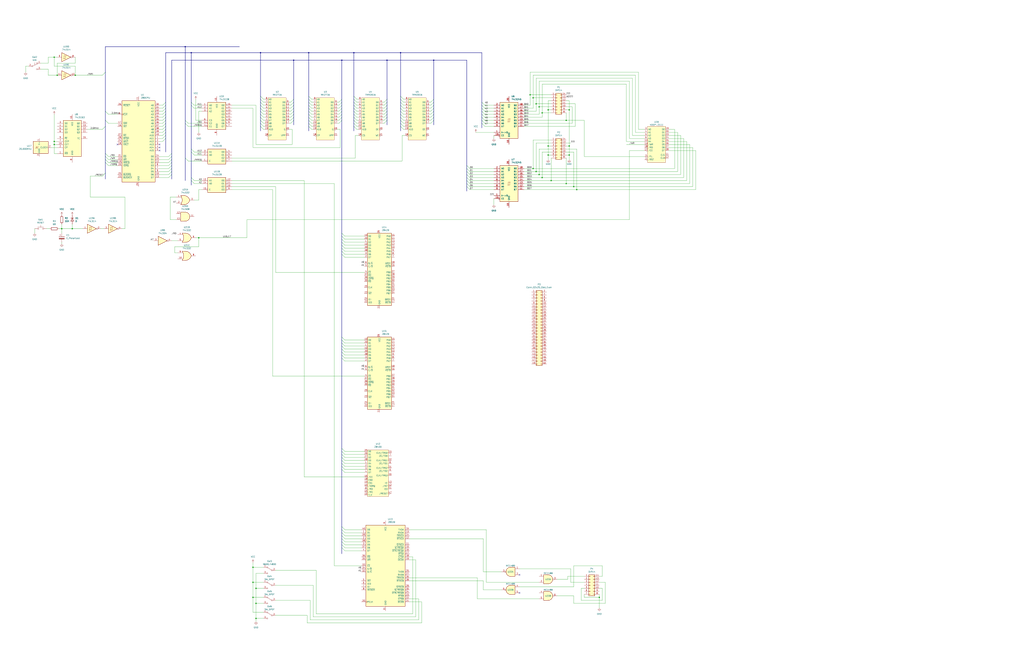
<source format=kicad_sch>
(kicad_sch (version 20211123) (generator eeschema)
  (paper "D")
  (junction (at 156.21 39.37))
  (junction (at 454.66 147.32))
  (junction (at 60.96 193.04))
  (junction (at 45.72 121.92))
  (junction (at 477.52 154.94))
  (junction (at 247.65 50.8))
  (junction (at 161.29 44.45))
  (junction (at 63.5 63.5))
  (junction (at 457.2 95.25))
  (junction (at 462.28 92.71))
  (junction (at 213.36 491.49))
  (junction (at 298.45 44.45))
  (junction (at 477.52 101.6))
  (junction (at 52.07 193.04))
  (junction (at 215.9 496.57))
  (junction (at 219.71 44.45))
  (junction (at 215.9 509.27))
  (junction (at 462.28 130.81))
  (junction (at 213.36 478.79))
  (junction (at 447.04 80.01))
  (junction (at 462.28 123.19))
  (junction (at 337.82 44.45))
  (junction (at 457.2 149.86))
  (junction (at 449.58 142.24))
  (junction (at 480.06 123.19))
  (junction (at 45.72 119.38))
  (junction (at 452.12 87.63))
  (junction (at 167.64 200.66))
  (junction (at 454.66 90.17))
  (junction (at 326.39 50.8))
  (junction (at 505.46 504.19))
  (junction (at 483.87 157.48))
  (junction (at 215.9 521.97))
  (junction (at 449.58 82.55))
  (junction (at 213.36 504.19))
  (junction (at 480.06 130.81))
  (junction (at 365.76 50.8))
  (junction (at 452.12 144.78))
  (junction (at 486.41 160.02))
  (junction (at 480.06 92.71))
  (junction (at 45.72 48.26))
  (junction (at 288.29 50.8))
  (junction (at 260.35 44.45))
  (junction (at 48.26 63.5))
  (junction (at 464.82 152.4))
  (no_connect (at 438.15 485.14))
  (no_connect (at 438.15 500.38))
  (no_connect (at 134.62 124.46))
  (no_connect (at 99.06 121.92))
  (no_connect (at 134.62 121.92))
  (no_connect (at 134.62 127))
  (bus_entry (at 88.9 93.98) (size 2.54 2.54))
  (bus_entry (at 393.7 144.78) (size 2.54 2.54))
  (bus_entry (at 393.7 147.32) (size 2.54 2.54))
  (bus_entry (at 393.7 149.86) (size 2.54 2.54))
  (bus_entry (at 393.7 152.4) (size 2.54 2.54))
  (bus_entry (at 393.7 154.94) (size 2.54 2.54))
  (bus_entry (at 393.7 157.48) (size 2.54 2.54))
  (bus_entry (at 393.7 139.7) (size 2.54 2.54))
  (bus_entry (at 393.7 142.24) (size 2.54 2.54))
  (bus_entry (at 323.85 86.36) (size 2.54 -2.54))
  (bus_entry (at 323.85 88.9) (size 2.54 -2.54))
  (bus_entry (at 323.85 91.44) (size 2.54 -2.54))
  (bus_entry (at 323.85 93.98) (size 2.54 -2.54))
  (bus_entry (at 323.85 96.52) (size 2.54 -2.54))
  (bus_entry (at 323.85 99.06) (size 2.54 -2.54))
  (bus_entry (at 323.85 101.6) (size 2.54 -2.54))
  (bus_entry (at 323.85 104.14) (size 2.54 -2.54))
  (bus_entry (at 363.22 91.44) (size 2.54 -2.54))
  (bus_entry (at 363.22 93.98) (size 2.54 -2.54))
  (bus_entry (at 363.22 96.52) (size 2.54 -2.54))
  (bus_entry (at 363.22 99.06) (size 2.54 -2.54))
  (bus_entry (at 363.22 86.36) (size 2.54 -2.54))
  (bus_entry (at 363.22 88.9) (size 2.54 -2.54))
  (bus_entry (at 363.22 101.6) (size 2.54 -2.54))
  (bus_entry (at 363.22 104.14) (size 2.54 -2.54))
  (bus_entry (at 285.75 93.98) (size 2.54 -2.54))
  (bus_entry (at 285.75 96.52) (size 2.54 -2.54))
  (bus_entry (at 245.11 91.44) (size 2.54 -2.54))
  (bus_entry (at 245.11 93.98) (size 2.54 -2.54))
  (bus_entry (at 245.11 96.52) (size 2.54 -2.54))
  (bus_entry (at 285.75 88.9) (size 2.54 -2.54))
  (bus_entry (at 285.75 91.44) (size 2.54 -2.54))
  (bus_entry (at 285.75 86.36) (size 2.54 -2.54))
  (bus_entry (at 285.75 99.06) (size 2.54 -2.54))
  (bus_entry (at 285.75 101.6) (size 2.54 -2.54))
  (bus_entry (at 285.75 104.14) (size 2.54 -2.54))
  (bus_entry (at 245.11 104.14) (size 2.54 -2.54))
  (bus_entry (at 245.11 86.36) (size 2.54 -2.54))
  (bus_entry (at 245.11 88.9) (size 2.54 -2.54))
  (bus_entry (at 245.11 99.06) (size 2.54 -2.54))
  (bus_entry (at 245.11 101.6) (size 2.54 -2.54))
  (bus_entry (at 86.36 63.5) (size 2.54 -2.54))
  (bus_entry (at 137.16 99.06) (size 2.54 -2.54))
  (bus_entry (at 137.16 101.6) (size 2.54 -2.54))
  (bus_entry (at 137.16 104.14) (size 2.54 -2.54))
  (bus_entry (at 137.16 106.68) (size 2.54 -2.54))
  (bus_entry (at 137.16 93.98) (size 2.54 -2.54))
  (bus_entry (at 142.24 132.08) (size 2.54 -2.54))
  (bus_entry (at 142.24 134.62) (size 2.54 -2.54))
  (bus_entry (at 142.24 137.16) (size 2.54 -2.54))
  (bus_entry (at 142.24 144.78) (size 2.54 -2.54))
  (bus_entry (at 142.24 147.32) (size 2.54 -2.54))
  (bus_entry (at 142.24 149.86) (size 2.54 -2.54))
  (bus_entry (at 142.24 139.7) (size 2.54 -2.54))
  (bus_entry (at 142.24 142.24) (size 2.54 -2.54))
  (bus_entry (at 137.16 109.22) (size 2.54 -2.54))
  (bus_entry (at 137.16 111.76) (size 2.54 -2.54))
  (bus_entry (at 137.16 114.3) (size 2.54 -2.54))
  (bus_entry (at 137.16 116.84) (size 2.54 -2.54))
  (bus_entry (at 137.16 96.52) (size 2.54 -2.54))
  (bus_entry (at 137.16 119.38) (size 2.54 -2.54))
  (bus_entry (at 137.16 91.44) (size 2.54 -2.54))
  (bus_entry (at 137.16 88.9) (size 2.54 -2.54))
  (bus_entry (at 298.45 86.36) (size 2.54 2.54))
  (bus_entry (at 298.45 83.82) (size 2.54 2.54))
  (bus_entry (at 337.82 101.6) (size 2.54 2.54))
  (bus_entry (at 337.82 106.68) (size 2.54 2.54))
  (bus_entry (at 337.82 104.14) (size 2.54 2.54))
  (bus_entry (at 337.82 83.82) (size 2.54 2.54))
  (bus_entry (at 337.82 86.36) (size 2.54 2.54))
  (bus_entry (at 298.45 88.9) (size 2.54 2.54))
  (bus_entry (at 298.45 106.68) (size 2.54 2.54))
  (bus_entry (at 298.45 104.14) (size 2.54 2.54))
  (bus_entry (at 298.45 91.44) (size 2.54 2.54))
  (bus_entry (at 298.45 93.98) (size 2.54 2.54))
  (bus_entry (at 298.45 96.52) (size 2.54 2.54))
  (bus_entry (at 298.45 99.06) (size 2.54 2.54))
  (bus_entry (at 298.45 101.6) (size 2.54 2.54))
  (bus_entry (at 298.45 81.28) (size 2.54 2.54))
  (bus_entry (at 337.82 81.28) (size 2.54 2.54))
  (bus_entry (at 337.82 93.98) (size 2.54 2.54))
  (bus_entry (at 337.82 96.52) (size 2.54 2.54))
  (bus_entry (at 337.82 99.06) (size 2.54 2.54))
  (bus_entry (at 337.82 91.44) (size 2.54 2.54))
  (bus_entry (at 337.82 88.9) (size 2.54 2.54))
  (bus_entry (at 219.71 81.28) (size 2.54 2.54))
  (bus_entry (at 219.71 93.98) (size 2.54 2.54))
  (bus_entry (at 219.71 91.44) (size 2.54 2.54))
  (bus_entry (at 219.71 96.52) (size 2.54 2.54))
  (bus_entry (at 219.71 99.06) (size 2.54 2.54))
  (bus_entry (at 219.71 104.14) (size 2.54 2.54))
  (bus_entry (at 219.71 101.6) (size 2.54 2.54))
  (bus_entry (at 219.71 106.68) (size 2.54 2.54))
  (bus_entry (at 161.29 86.36) (size 2.54 2.54))
  (bus_entry (at 260.35 106.68) (size 2.54 2.54))
  (bus_entry (at 260.35 96.52) (size 2.54 2.54))
  (bus_entry (at 260.35 99.06) (size 2.54 2.54))
  (bus_entry (at 260.35 101.6) (size 2.54 2.54))
  (bus_entry (at 260.35 104.14) (size 2.54 2.54))
  (bus_entry (at 260.35 91.44) (size 2.54 2.54))
  (bus_entry (at 260.35 93.98) (size 2.54 2.54))
  (bus_entry (at 260.35 81.28) (size 2.54 2.54))
  (bus_entry (at 260.35 83.82) (size 2.54 2.54))
  (bus_entry (at 260.35 86.36) (size 2.54 2.54))
  (bus_entry (at 260.35 88.9) (size 2.54 2.54))
  (bus_entry (at 161.29 88.9) (size 2.54 2.54))
  (bus_entry (at 219.71 83.82) (size 2.54 2.54))
  (bus_entry (at 219.71 88.9) (size 2.54 2.54))
  (bus_entry (at 219.71 86.36) (size 2.54 2.54))
  (bus_entry (at 86.36 148.59) (size 2.54 -2.54))
  (bus_entry (at 86.36 109.22) (size 2.54 -2.54))
  (bus_entry (at 88.9 101.6) (size 2.54 2.54))
  (bus_entry (at 156.21 101.6) (size 2.54 2.54))
  (bus_entry (at 156.21 133.35) (size 2.54 2.54))
  (bus_entry (at 161.29 128.27) (size 2.54 2.54))
  (bus_entry (at 161.29 125.73) (size 2.54 2.54))
  (bus_entry (at 156.21 104.14) (size 2.54 2.54))
  (bus_entry (at 161.29 149.86) (size 2.54 2.54))
  (bus_entry (at 161.29 152.4) (size 2.54 2.54))
  (bus_entry (at 406.4 91.44) (size 2.54 2.54))
  (bus_entry (at 406.4 93.98) (size 2.54 2.54))
  (bus_entry (at 406.4 96.52) (size 2.54 2.54))
  (bus_entry (at 406.4 99.06) (size 2.54 2.54))
  (bus_entry (at 406.4 101.6) (size 2.54 2.54))
  (bus_entry (at 406.4 86.36) (size 2.54 2.54))
  (bus_entry (at 406.4 88.9) (size 2.54 2.54))
  (bus_entry (at 406.4 104.14) (size 2.54 2.54))
  (bus_entry (at 288.29 196.85) (size 2.54 2.54))
  (bus_entry (at 288.29 199.39) (size 2.54 2.54))
  (bus_entry (at 288.29 201.93) (size 2.54 2.54))
  (bus_entry (at 288.29 204.47) (size 2.54 2.54))
  (bus_entry (at 288.29 302.26) (size 2.54 2.54))
  (bus_entry (at 288.29 299.72) (size 2.54 2.54))
  (bus_entry (at 288.29 297.18) (size 2.54 2.54))
  (bus_entry (at 288.29 294.64) (size 2.54 2.54))
  (bus_entry (at 288.29 292.1) (size 2.54 2.54))
  (bus_entry (at 288.29 289.56) (size 2.54 2.54))
  (bus_entry (at 288.29 287.02) (size 2.54 2.54))
  (bus_entry (at 288.29 284.48) (size 2.54 2.54))
  (bus_entry (at 288.29 212.09) (size 2.54 2.54))
  (bus_entry (at 288.29 214.63) (size 2.54 2.54))
  (bus_entry (at 288.29 207.01) (size 2.54 2.54))
  (bus_entry (at 288.29 209.55) (size 2.54 2.54))
  (bus_entry (at 88.9 129.54) (size 2.54 2.54))
  (bus_entry (at 88.9 134.62) (size 2.54 2.54))
  (bus_entry (at 88.9 137.16) (size 2.54 2.54))
  (bus_entry (at 88.9 132.08) (size 2.54 2.54))
  (bus_entry (at 288.29 388.62) (size 2.54 2.54))
  (bus_entry (at 288.29 378.46) (size 2.54 2.54))
  (bus_entry (at 288.29 396.24) (size 2.54 2.54))
  (bus_entry (at 288.29 393.7) (size 2.54 2.54))
  (bus_entry (at 288.29 391.16) (size 2.54 2.54))
  (bus_entry (at 288.29 386.08) (size 2.54 2.54))
  (bus_entry (at 288.29 381) (size 2.54 2.54))
  (bus_entry (at 288.29 383.54) (size 2.54 2.54))
  (bus_entry (at 288.29 462.28) (size 2.54 2.54))
  (bus_entry (at 288.29 459.74) (size 2.54 2.54))
  (bus_entry (at 288.29 457.2) (size 2.54 2.54))
  (bus_entry (at 288.29 454.66) (size 2.54 2.54))
  (bus_entry (at 288.29 452.12) (size 2.54 2.54))
  (bus_entry (at 288.29 449.58) (size 2.54 2.54))
  (bus_entry (at 288.29 447.04) (size 2.54 2.54))
  (bus_entry (at 288.29 444.5) (size 2.54 2.54))
  (wire (pts (xy 462.28 130.81) (xy 464.82 130.81)))
  (wire (pts (xy 441.96 160.02) (xy 486.41 160.02)))
  (wire (pts (xy 264.16 494.03) (xy 264.16 520.7)))
  (wire (pts (xy 408.94 104.14) (xy 416.56 104.14)))
  (wire (pts (xy 477.52 85.09) (xy 480.06 85.09)))
  (wire (pts (xy 195.58 152.4) (xy 256.54 152.4)))
  (wire (pts (xy 48.26 53.34) (xy 48.26 63.5)))
  (wire (pts (xy 340.36 104.14) (xy 341.63 104.14)))
  (bus (pts (xy 288.29 91.44) (xy 288.29 93.98)))
  (bus (pts (xy 288.29 393.7) (xy 288.29 396.24)))
  (wire (pts (xy 452.12 66.04) (xy 452.12 87.63)))
  (wire (pts (xy 454.66 125.73) (xy 464.82 125.73)))
  (bus (pts (xy 288.29 396.24) (xy 288.29 444.5)))
  (wire (pts (xy 222.25 88.9) (xy 223.52 88.9)))
  (bus (pts (xy 337.82 81.28) (xy 337.82 83.82)))
  (bus (pts (xy 393.7 152.4) (xy 393.7 154.94)))
  (bus (pts (xy 156.21 39.37) (xy 156.21 101.6)))
  (wire (pts (xy 361.95 99.06) (xy 363.22 99.06)))
  (bus (pts (xy 288.29 207.01) (xy 288.29 209.55)))
  (wire (pts (xy 410.21 491.49) (xy 410.21 447.04)))
  (wire (pts (xy 163.83 154.94) (xy 170.18 154.94)))
  (wire (pts (xy 574.04 114.3) (xy 563.88 114.3)))
  (wire (pts (xy 167.64 200.66) (xy 167.64 208.28)))
  (wire (pts (xy 345.44 454.66) (xy 407.67 454.66)))
  (bus (pts (xy 260.35 96.52) (xy 260.35 99.06)))
  (wire (pts (xy 568.96 109.22) (xy 563.88 109.22)))
  (wire (pts (xy 261.62 523.24) (xy 353.06 523.24)))
  (wire (pts (xy 410.21 447.04) (xy 345.44 447.04)))
  (wire (pts (xy 477.52 95.25) (xy 477.52 101.6)))
  (wire (pts (xy 91.44 132.08) (xy 99.06 132.08)))
  (wire (pts (xy 441.96 157.48) (xy 483.87 157.48)))
  (wire (pts (xy 322.58 104.14) (xy 323.85 104.14)))
  (wire (pts (xy 105.41 166.37) (xy 105.41 193.04)))
  (bus (pts (xy 298.45 91.44) (xy 298.45 93.98)))
  (wire (pts (xy 340.36 101.6) (xy 341.63 101.6)))
  (wire (pts (xy 480.06 130.81) (xy 480.06 134.62)))
  (wire (pts (xy 492.76 132.08) (xy 492.76 101.6)))
  (bus (pts (xy 144.78 134.62) (xy 144.78 132.08)))
  (wire (pts (xy 483.87 477.52) (xy 508 477.52)))
  (bus (pts (xy 156.21 104.14) (xy 156.21 133.35)))
  (wire (pts (xy 528.32 71.12) (xy 528.32 119.38)))
  (bus (pts (xy 219.71 99.06) (xy 219.71 101.6)))
  (bus (pts (xy 288.29 284.48) (xy 288.29 287.02)))
  (wire (pts (xy 464.82 152.4) (xy 579.12 152.4)))
  (wire (pts (xy 134.62 109.22) (xy 137.16 109.22)))
  (wire (pts (xy 579.12 119.38) (xy 563.88 119.38)))
  (wire (pts (xy 105.41 193.04) (xy 102.87 193.04)))
  (bus (pts (xy 139.7 114.3) (xy 139.7 116.84)))
  (bus (pts (xy 260.35 91.44) (xy 260.35 93.98)))
  (bus (pts (xy 337.82 101.6) (xy 337.82 104.14)))
  (wire (pts (xy 477.52 154.94) (xy 581.66 154.94)))
  (wire (pts (xy 408.94 96.52) (xy 416.56 96.52)))
  (bus (pts (xy 288.29 88.9) (xy 288.29 91.44)))
  (wire (pts (xy 163.83 130.81) (xy 170.18 130.81)))
  (wire (pts (xy 243.84 96.52) (xy 245.11 96.52)))
  (wire (pts (xy 508 486.41) (xy 505.46 486.41)))
  (wire (pts (xy 167.64 168.91) (xy 167.64 160.02)))
  (wire (pts (xy 163.83 152.4) (xy 170.18 152.4)))
  (bus (pts (xy 326.39 101.6) (xy 326.39 105.41)))
  (wire (pts (xy 63.5 63.5) (xy 86.36 63.5)))
  (bus (pts (xy 247.65 50.8) (xy 288.29 50.8)))
  (wire (pts (xy 416.56 114.3) (xy 416.56 116.84)))
  (wire (pts (xy 340.36 86.36) (xy 341.63 86.36)))
  (bus (pts (xy 393.7 154.94) (xy 393.7 157.48)))
  (wire (pts (xy 222.25 109.22) (xy 223.52 109.22)))
  (wire (pts (xy 243.84 86.36) (xy 245.11 86.36)))
  (wire (pts (xy 170.18 101.6) (xy 165.1 101.6)))
  (wire (pts (xy 243.84 104.14) (xy 245.11 104.14)))
  (wire (pts (xy 147.32 208.28) (xy 147.32 213.36)))
  (bus (pts (xy 260.35 99.06) (xy 260.35 101.6)))
  (bus (pts (xy 288.29 199.39) (xy 288.29 201.93)))
  (wire (pts (xy 134.62 114.3) (xy 137.16 114.3)))
  (wire (pts (xy 85.09 193.04) (xy 87.63 193.04)))
  (bus (pts (xy 365.76 91.44) (xy 365.76 93.98)))
  (wire (pts (xy 535.94 63.5) (xy 449.58 63.5)))
  (wire (pts (xy 396.24 157.48) (xy 416.56 157.48)))
  (bus (pts (xy 139.7 93.98) (xy 139.7 96.52)))
  (wire (pts (xy 438.15 480.06) (xy 481.33 480.06)))
  (bus (pts (xy 88.9 39.37) (xy 156.21 39.37)))
  (bus (pts (xy 288.29 50.8) (xy 288.29 83.82)))
  (wire (pts (xy 457.2 99.06) (xy 457.2 95.25)))
  (wire (pts (xy 195.58 91.44) (xy 213.36 91.44)))
  (bus (pts (xy 139.7 104.14) (xy 139.7 106.68)))
  (wire (pts (xy 454.66 491.49) (xy 410.21 491.49)))
  (wire (pts (xy 134.62 93.98) (xy 137.16 93.98)))
  (wire (pts (xy 208.28 185.42) (xy 530.86 185.42)))
  (wire (pts (xy 215.9 88.9) (xy 215.9 121.92)))
  (wire (pts (xy 40.64 63.5) (xy 48.26 63.5)))
  (wire (pts (xy 449.58 118.11) (xy 464.82 118.11)))
  (wire (pts (xy 486.41 160.02) (xy 586.74 160.02)))
  (wire (pts (xy 290.83 381) (xy 307.34 381)))
  (wire (pts (xy 452.12 120.65) (xy 464.82 120.65)))
  (bus (pts (xy 288.29 83.82) (xy 288.29 86.36)))
  (wire (pts (xy 454.66 147.32) (xy 454.66 125.73)))
  (wire (pts (xy 134.62 106.68) (xy 137.16 106.68)))
  (wire (pts (xy 528.32 71.12) (xy 457.2 71.12)))
  (bus (pts (xy 298.45 81.28) (xy 298.45 83.82)))
  (wire (pts (xy 134.62 88.9) (xy 137.16 88.9)))
  (bus (pts (xy 288.29 204.47) (xy 288.29 207.01)))
  (bus (pts (xy 288.29 297.18) (xy 288.29 299.72)))
  (wire (pts (xy 243.84 91.44) (xy 245.11 91.44)))
  (wire (pts (xy 353.06 523.24) (xy 353.06 505.46)))
  (bus (pts (xy 144.78 129.54) (xy 144.78 50.8)))
  (bus (pts (xy 298.45 44.45) (xy 337.82 44.45)))
  (wire (pts (xy 407.67 490.22) (xy 407.67 497.84)))
  (bus (pts (xy 219.71 106.68) (xy 219.71 110.49)))
  (wire (pts (xy 452.12 144.78) (xy 452.12 120.65)))
  (bus (pts (xy 288.29 459.74) (xy 288.29 462.28)))
  (bus (pts (xy 139.7 44.45) (xy 161.29 44.45)))
  (wire (pts (xy 215.9 521.97) (xy 215.9 509.27)))
  (wire (pts (xy 407.67 454.66) (xy 407.67 482.6)))
  (bus (pts (xy 161.29 88.9) (xy 161.29 125.73)))
  (wire (pts (xy 510.54 491.49) (xy 505.46 491.49)))
  (wire (pts (xy 167.64 208.28) (xy 147.32 208.28)))
  (wire (pts (xy 195.58 160.02) (xy 229.87 160.02)))
  (wire (pts (xy 401.32 111.76) (xy 416.56 111.76)))
  (wire (pts (xy 290.83 396.24) (xy 307.34 396.24)))
  (bus (pts (xy 247.65 99.06) (xy 247.65 101.6)))
  (wire (pts (xy 322.58 88.9) (xy 323.85 88.9)))
  (bus (pts (xy 88.9 101.6) (xy 88.9 93.98)))
  (bus (pts (xy 326.39 83.82) (xy 326.39 86.36)))
  (wire (pts (xy 538.48 60.96) (xy 447.04 60.96)))
  (wire (pts (xy 290.83 212.09) (xy 307.34 212.09)))
  (wire (pts (xy 287.02 124.46) (xy 287.02 109.22)))
  (wire (pts (xy 579.12 152.4) (xy 579.12 119.38)))
  (wire (pts (xy 222.25 96.52) (xy 223.52 96.52)))
  (wire (pts (xy 574.04 147.32) (xy 574.04 114.3)))
  (wire (pts (xy 290.83 204.47) (xy 307.34 204.47)))
  (wire (pts (xy 158.75 135.89) (xy 170.18 135.89)))
  (bus (pts (xy 288.29 294.64) (xy 288.29 297.18)))
  (bus (pts (xy 260.35 104.14) (xy 260.35 106.68)))
  (wire (pts (xy 208.28 200.66) (xy 208.28 185.42)))
  (bus (pts (xy 393.7 147.32) (xy 393.7 149.86)))
  (wire (pts (xy 396.24 142.24) (xy 416.56 142.24)))
  (wire (pts (xy 262.89 109.22) (xy 264.16 109.22)))
  (bus (pts (xy 260.35 88.9) (xy 260.35 91.44)))
  (wire (pts (xy 492.76 101.6) (xy 477.52 101.6)))
  (wire (pts (xy 232.41 506.73) (xy 261.62 506.73)))
  (wire (pts (xy 243.84 99.06) (xy 245.11 99.06)))
  (bus (pts (xy 88.9 137.16) (xy 88.9 134.62)))
  (wire (pts (xy 530.86 68.58) (xy 454.66 68.58)))
  (bus (pts (xy 298.45 99.06) (xy 298.45 101.6)))
  (wire (pts (xy 482.6 90.17) (xy 477.52 90.17)))
  (wire (pts (xy 91.44 137.16) (xy 99.06 137.16)))
  (wire (pts (xy 290.83 459.74) (xy 304.8 459.74)))
  (wire (pts (xy 457.2 95.25) (xy 464.82 95.25)))
  (wire (pts (xy 361.95 101.6) (xy 363.22 101.6)))
  (wire (pts (xy 134.62 147.32) (xy 142.24 147.32)))
  (wire (pts (xy 158.75 104.14) (xy 170.18 104.14)))
  (wire (pts (xy 290.83 297.18) (xy 307.34 297.18)))
  (wire (pts (xy 483.87 157.48) (xy 584.2 157.48)))
  (wire (pts (xy 52.07 193.04) (xy 52.07 196.85)))
  (wire (pts (xy 143.51 185.42) (xy 148.59 185.42)))
  (wire (pts (xy 322.58 99.06) (xy 323.85 99.06)))
  (wire (pts (xy 530.86 185.42) (xy 530.86 127)))
  (bus (pts (xy 326.39 86.36) (xy 326.39 88.9)))
  (wire (pts (xy 340.36 109.22) (xy 341.63 109.22)))
  (wire (pts (xy 462.28 123.19) (xy 462.28 130.81)))
  (wire (pts (xy 483.87 502.92) (xy 483.87 509.27)))
  (wire (pts (xy 462.28 130.81) (xy 462.28 134.62)))
  (bus (pts (xy 326.39 99.06) (xy 326.39 101.6)))
  (wire (pts (xy 222.25 101.6) (xy 223.52 101.6)))
  (bus (pts (xy 161.29 149.86) (xy 161.29 152.4)))
  (bus (pts (xy 219.71 86.36) (xy 219.71 88.9)))
  (wire (pts (xy 222.25 83.82) (xy 223.52 83.82)))
  (wire (pts (xy 462.28 123.19) (xy 464.82 123.19)))
  (wire (pts (xy 48.26 129.54) (xy 45.72 129.54)))
  (wire (pts (xy 222.25 104.14) (xy 223.52 104.14)))
  (bus (pts (xy 337.82 86.36) (xy 337.82 88.9)))
  (wire (pts (xy 290.83 457.2) (xy 304.8 457.2)))
  (wire (pts (xy 322.58 91.44) (xy 323.85 91.44)))
  (wire (pts (xy 490.22 496.57) (xy 490.22 506.73)))
  (wire (pts (xy 462.28 92.71) (xy 462.28 123.19)))
  (wire (pts (xy 24.13 55.88) (xy 21.59 55.88)))
  (wire (pts (xy 290.83 462.28) (xy 304.8 462.28)))
  (wire (pts (xy 290.83 209.55) (xy 307.34 209.55)))
  (wire (pts (xy 215.9 483.87) (xy 222.25 483.87)))
  (bus (pts (xy 219.71 104.14) (xy 219.71 106.68)))
  (wire (pts (xy 408.94 93.98) (xy 416.56 93.98)))
  (wire (pts (xy 34.29 58.42) (xy 40.64 58.42)))
  (wire (pts (xy 361.95 93.98) (xy 363.22 93.98)))
  (bus (pts (xy 88.9 106.68) (xy 88.9 101.6)))
  (bus (pts (xy 161.29 86.36) (xy 161.29 88.9)))
  (wire (pts (xy 91.44 104.14) (xy 99.06 104.14)))
  (wire (pts (xy 45.72 121.92) (xy 48.26 121.92)))
  (wire (pts (xy 485.14 106.68) (xy 441.96 106.68)))
  (wire (pts (xy 213.36 504.19) (xy 222.25 504.19)))
  (wire (pts (xy 457.2 128.27) (xy 464.82 128.27)))
  (wire (pts (xy 284.48 93.98) (xy 285.75 93.98)))
  (wire (pts (xy 52.07 189.23) (xy 52.07 193.04)))
  (wire (pts (xy 576.58 116.84) (xy 563.88 116.84)))
  (bus (pts (xy 219.71 101.6) (xy 219.71 104.14)))
  (bus (pts (xy 337.82 83.82) (xy 337.82 86.36)))
  (bus (pts (xy 365.76 99.06) (xy 365.76 101.6)))
  (wire (pts (xy 262.89 93.98) (xy 264.16 93.98)))
  (wire (pts (xy 355.6 525.78) (xy 355.6 508)))
  (wire (pts (xy 340.36 88.9) (xy 341.63 88.9)))
  (bus (pts (xy 247.65 91.44) (xy 247.65 93.98)))
  (wire (pts (xy 300.99 109.22) (xy 302.26 109.22)))
  (wire (pts (xy 481.33 480.06) (xy 481.33 491.49)))
  (bus (pts (xy 365.76 86.36) (xy 365.76 88.9)))
  (bus (pts (xy 260.35 81.28) (xy 260.35 83.82)))
  (wire (pts (xy 477.52 120.65) (xy 481.33 120.65)))
  (wire (pts (xy 571.5 111.76) (xy 563.88 111.76)))
  (wire (pts (xy 290.83 199.39) (xy 307.34 199.39)))
  (bus (pts (xy 288.29 383.54) (xy 288.29 386.08)))
  (wire (pts (xy 586.74 160.02) (xy 586.74 127)))
  (bus (pts (xy 139.7 99.06) (xy 139.7 101.6)))
  (wire (pts (xy 213.36 478.79) (xy 222.25 478.79)))
  (wire (pts (xy 584.2 124.46) (xy 563.88 124.46)))
  (wire (pts (xy 290.83 393.7) (xy 307.34 393.7)))
  (bus (pts (xy 365.76 50.8) (xy 393.7 50.8)))
  (bus (pts (xy 288.29 299.72) (xy 288.29 302.26)))
  (bus (pts (xy 288.29 391.16) (xy 288.29 393.7)))
  (wire (pts (xy 284.48 86.36) (xy 285.75 86.36)))
  (wire (pts (xy 441.96 154.94) (xy 477.52 154.94)))
  (wire (pts (xy 449.58 142.24) (xy 449.58 118.11)))
  (wire (pts (xy 508 477.52) (xy 508 486.41)))
  (bus (pts (xy 260.35 44.45) (xy 298.45 44.45)))
  (wire (pts (xy 45.72 119.38) (xy 45.72 96.52)))
  (wire (pts (xy 134.62 134.62) (xy 142.24 134.62)))
  (wire (pts (xy 438.15 495.3) (xy 483.87 495.3)))
  (wire (pts (xy 396.24 149.86) (xy 416.56 149.86)))
  (bus (pts (xy 247.65 96.52) (xy 247.65 99.06)))
  (bus (pts (xy 288.29 196.85) (xy 288.29 199.39)))
  (wire (pts (xy 290.83 207.01) (xy 307.34 207.01)))
  (bus (pts (xy 288.29 99.06) (xy 288.29 101.6)))
  (wire (pts (xy 243.84 101.6) (xy 245.11 101.6)))
  (bus (pts (xy 326.39 96.52) (xy 326.39 99.06)))
  (wire (pts (xy 457.2 71.12) (xy 457.2 95.25)))
  (wire (pts (xy 134.62 91.44) (xy 137.16 91.44)))
  (wire (pts (xy 452.12 87.63) (xy 464.82 87.63)))
  (wire (pts (xy 464.82 85.09) (xy 462.28 85.09)))
  (wire (pts (xy 40.64 48.26) (xy 45.72 48.26)))
  (wire (pts (xy 45.72 129.54) (xy 45.72 121.92)))
  (wire (pts (xy 281.94 154.94) (xy 281.94 477.52)))
  (wire (pts (xy 322.58 93.98) (xy 323.85 93.98)))
  (wire (pts (xy 134.62 142.24) (xy 142.24 142.24)))
  (wire (pts (xy 262.89 91.44) (xy 264.16 91.44)))
  (wire (pts (xy 256.54 152.4) (xy 256.54 402.59)))
  (wire (pts (xy 396.24 144.78) (xy 416.56 144.78)))
  (bus (pts (xy 365.76 96.52) (xy 365.76 99.06)))
  (wire (pts (xy 533.4 66.04) (xy 533.4 114.3)))
  (wire (pts (xy 222.25 106.68) (xy 223.52 106.68)))
  (wire (pts (xy 469.9 502.92) (xy 483.87 502.92)))
  (bus (pts (xy 139.7 88.9) (xy 139.7 91.44)))
  (wire (pts (xy 60.96 189.23) (xy 60.96 193.04)))
  (wire (pts (xy 290.83 287.02) (xy 307.34 287.02)))
  (wire (pts (xy 195.58 135.89) (xy 339.09 135.89)))
  (wire (pts (xy 229.87 317.5) (xy 307.34 317.5)))
  (wire (pts (xy 290.83 214.63) (xy 307.34 214.63)))
  (wire (pts (xy 213.36 91.44) (xy 213.36 124.46)))
  (wire (pts (xy 340.36 106.68) (xy 341.63 106.68)))
  (wire (pts (xy 528.32 121.92) (xy 543.56 121.92)))
  (wire (pts (xy 300.99 104.14) (xy 302.26 104.14)))
  (wire (pts (xy 134.62 104.14) (xy 137.16 104.14)))
  (wire (pts (xy 477.52 92.71) (xy 480.06 92.71)))
  (bus (pts (xy 219.71 44.45) (xy 219.71 81.28)))
  (bus (pts (xy 288.29 201.93) (xy 288.29 204.47)))
  (bus (pts (xy 139.7 101.6) (xy 139.7 104.14)))
  (bus (pts (xy 298.45 83.82) (xy 298.45 86.36)))
  (wire (pts (xy 63.5 53.34) (xy 48.26 53.34)))
  (wire (pts (xy 213.36 491.49) (xy 222.25 491.49)))
  (wire (pts (xy 505.46 501.65) (xy 505.46 504.19)))
  (wire (pts (xy 287.02 109.22) (xy 284.48 109.22)))
  (wire (pts (xy 300.99 93.98) (xy 302.26 93.98)))
  (bus (pts (xy 247.65 86.36) (xy 247.65 88.9)))
  (wire (pts (xy 232.41 519.43) (xy 259.08 519.43)))
  (wire (pts (xy 158.75 106.68) (xy 170.18 106.68)))
  (wire (pts (xy 441.96 144.78) (xy 452.12 144.78)))
  (wire (pts (xy 213.36 516.89) (xy 213.36 504.19)))
  (wire (pts (xy 284.48 88.9) (xy 285.75 88.9)))
  (wire (pts (xy 134.62 99.06) (xy 137.16 99.06)))
  (bus (pts (xy 288.29 457.2) (xy 288.29 459.74)))
  (wire (pts (xy 340.36 96.52) (xy 341.63 96.52)))
  (wire (pts (xy 232.41 157.48) (xy 232.41 229.87)))
  (wire (pts (xy 91.44 96.52) (xy 99.06 96.52)))
  (bus (pts (xy 298.45 93.98) (xy 298.45 96.52)))
  (wire (pts (xy 452.12 93.98) (xy 441.96 93.98)))
  (wire (pts (xy 449.58 82.55) (xy 449.58 91.44)))
  (wire (pts (xy 290.83 299.72) (xy 307.34 299.72)))
  (bus (pts (xy 247.65 50.8) (xy 247.65 83.82)))
  (bus (pts (xy 247.65 88.9) (xy 247.65 91.44)))
  (wire (pts (xy 45.72 55.88) (xy 63.5 55.88)))
  (bus (pts (xy 139.7 44.45) (xy 139.7 86.36)))
  (bus (pts (xy 326.39 50.8) (xy 326.39 83.82)))
  (wire (pts (xy 229.87 160.02) (xy 229.87 317.5)))
  (bus (pts (xy 406.4 99.06) (xy 406.4 101.6)))
  (bus (pts (xy 337.82 44.45) (xy 337.82 81.28)))
  (wire (pts (xy 452.12 87.63) (xy 452.12 93.98)))
  (bus (pts (xy 288.29 302.26) (xy 288.29 378.46)))
  (wire (pts (xy 408.94 99.06) (xy 416.56 99.06)))
  (wire (pts (xy 483.87 128.27) (xy 477.52 128.27)))
  (wire (pts (xy 222.25 86.36) (xy 223.52 86.36)))
  (wire (pts (xy 215.9 521.97) (xy 222.25 521.97)))
  (bus (pts (xy 393.7 144.78) (xy 393.7 147.32)))
  (bus (pts (xy 260.35 93.98) (xy 260.35 96.52)))
  (bus (pts (xy 156.21 101.6) (xy 156.21 104.14)))
  (wire (pts (xy 134.62 96.52) (xy 137.16 96.52)))
  (wire (pts (xy 49.53 193.04) (xy 52.07 193.04)))
  (bus (pts (xy 219.71 44.45) (xy 260.35 44.45)))
  (bus (pts (xy 288.29 454.66) (xy 288.29 457.2)))
  (wire (pts (xy 485.14 87.63) (xy 485.14 106.68)))
  (bus (pts (xy 144.78 151.13) (xy 144.78 147.32)))
  (wire (pts (xy 396.24 152.4) (xy 416.56 152.4)))
  (bus (pts (xy 139.7 116.84) (xy 139.7 128.27)))
  (wire (pts (xy 441.96 149.86) (xy 457.2 149.86)))
  (wire (pts (xy 264.16 520.7) (xy 350.52 520.7)))
  (bus (pts (xy 219.71 81.28) (xy 219.71 83.82)))
  (wire (pts (xy 195.58 154.94) (xy 281.94 154.94)))
  (wire (pts (xy 530.86 116.84) (xy 543.56 116.84)))
  (wire (pts (xy 322.58 101.6) (xy 323.85 101.6)))
  (bus (pts (xy 298.45 106.68) (xy 298.45 110.49)))
  (wire (pts (xy 490.22 506.73) (xy 508 506.73)))
  (wire (pts (xy 478.79 486.41) (xy 492.76 486.41)))
  (bus (pts (xy 337.82 99.06) (xy 337.82 101.6)))
  (wire (pts (xy 256.54 402.59) (xy 307.34 402.59)))
  (wire (pts (xy 299.72 133.35) (xy 299.72 114.3)))
  (wire (pts (xy 457.2 149.86) (xy 457.2 128.27)))
  (bus (pts (xy 88.9 129.54) (xy 88.9 106.68)))
  (wire (pts (xy 262.89 83.82) (xy 264.16 83.82)))
  (bus (pts (xy 365.76 93.98) (xy 365.76 96.52)))
  (wire (pts (xy 353.06 505.46) (xy 345.44 505.46)))
  (bus (pts (xy 88.9 151.13) (xy 88.9 146.05)))
  (bus (pts (xy 288.29 378.46) (xy 288.29 381)))
  (wire (pts (xy 528.32 119.38) (xy 543.56 119.38)))
  (wire (pts (xy 29.21 193.04) (xy 29.21 196.85)))
  (wire (pts (xy 262.89 96.52) (xy 264.16 96.52)))
  (wire (pts (xy 300.99 101.6) (xy 302.26 101.6)))
  (wire (pts (xy 510.54 509.27) (xy 510.54 491.49)))
  (wire (pts (xy 222.25 91.44) (xy 223.52 91.44)))
  (wire (pts (xy 246.38 121.92) (xy 246.38 109.22)))
  (wire (pts (xy 478.79 488.95) (xy 478.79 486.41)))
  (wire (pts (xy 290.83 304.8) (xy 307.34 304.8)))
  (wire (pts (xy 215.9 496.57) (xy 222.25 496.57)))
  (wire (pts (xy 266.7 481.33) (xy 266.7 518.16)))
  (wire (pts (xy 480.06 85.09) (xy 480.06 92.71)))
  (bus (pts (xy 365.76 88.9) (xy 365.76 91.44)))
  (bus (pts (xy 88.9 60.96) (xy 88.9 39.37)))
  (wire (pts (xy 134.62 132.08) (xy 142.24 132.08)))
  (bus (pts (xy 161.29 152.4) (xy 161.29 156.21)))
  (wire (pts (xy 144.78 203.2) (xy 149.86 203.2)))
  (wire (pts (xy 300.99 106.68) (xy 302.26 106.68)))
  (bus (pts (xy 156.21 39.37) (xy 201.93 39.37)))
  (wire (pts (xy 482.6 104.14) (xy 441.96 104.14)))
  (wire (pts (xy 73.66 109.22) (xy 86.36 109.22)))
  (bus (pts (xy 144.78 144.78) (xy 144.78 142.24)))
  (wire (pts (xy 262.89 88.9) (xy 264.16 88.9)))
  (bus (pts (xy 139.7 86.36) (xy 139.7 88.9)))
  (wire (pts (xy 408.94 91.44) (xy 416.56 91.44)))
  (wire (pts (xy 300.99 96.52) (xy 302.26 96.52)))
  (wire (pts (xy 262.89 101.6) (xy 264.16 101.6)))
  (wire (pts (xy 222.25 516.89) (xy 213.36 516.89)))
  (wire (pts (xy 39.37 193.04) (xy 41.91 193.04)))
  (wire (pts (xy 576.58 149.86) (xy 576.58 116.84)))
  (bus (pts (xy 288.29 447.04) (xy 288.29 449.58)))
  (bus (pts (xy 219.71 91.44) (xy 219.71 93.98)))
  (wire (pts (xy 454.66 90.17) (xy 454.66 96.52)))
  (wire (pts (xy 535.94 63.5) (xy 535.94 111.76)))
  (wire (pts (xy 300.99 86.36) (xy 302.26 86.36)))
  (wire (pts (xy 452.12 144.78) (xy 571.5 144.78)))
  (wire (pts (xy 530.86 127) (xy 543.56 127)))
  (bus (pts (xy 288.29 449.58) (xy 288.29 452.12)))
  (bus (pts (xy 288.29 462.28) (xy 288.29 467.36)))
  (bus (pts (xy 393.7 50.8) (xy 393.7 139.7)))
  (bus (pts (xy 337.82 88.9) (xy 337.82 91.44)))
  (wire (pts (xy 91.44 139.7) (xy 99.06 139.7)))
  (wire (pts (xy 355.6 508) (xy 345.44 508)))
  (bus (pts (xy 365.76 50.8) (xy 365.76 83.82)))
  (bus (pts (xy 260.35 86.36) (xy 260.35 88.9)))
  (wire (pts (xy 290.83 452.12) (xy 304.8 452.12)))
  (wire (pts (xy 481.33 491.49) (xy 492.76 491.49)))
  (wire (pts (xy 483.87 495.3) (xy 483.87 477.52)))
  (wire (pts (xy 483.87 509.27) (xy 510.54 509.27)))
  (wire (pts (xy 447.04 80.01) (xy 464.82 80.01)))
  (wire (pts (xy 441.96 101.6) (xy 477.52 101.6)))
  (wire (pts (xy 462.28 85.09) (xy 462.28 92.71)))
  (wire (pts (xy 568.96 109.22) (xy 568.96 142.24)))
  (bus (pts (xy 406.4 101.6) (xy 406.4 104.14)))
  (wire (pts (xy 165.1 101.6) (xy 165.1 83.82)))
  (wire (pts (xy 34.29 53.34) (xy 40.64 53.34)))
  (wire (pts (xy 505.46 504.19) (xy 505.46 513.08)))
  (wire (pts (xy 340.36 99.06) (xy 341.63 99.06)))
  (wire (pts (xy 322.58 96.52) (xy 323.85 96.52)))
  (wire (pts (xy 538.48 60.96) (xy 538.48 109.22)))
  (wire (pts (xy 454.66 147.32) (xy 574.04 147.32)))
  (wire (pts (xy 477.52 130.81) (xy 480.06 130.81)))
  (wire (pts (xy 21.59 55.88) (xy 21.59 60.96)))
  (wire (pts (xy 402.59 487.68) (xy 402.59 505.46)))
  (bus (pts (xy 337.82 44.45) (xy 406.4 44.45)))
  (wire (pts (xy 43.18 124.46) (xy 48.26 124.46)))
  (bus (pts (xy 298.45 104.14) (xy 298.45 106.68)))
  (wire (pts (xy 396.24 147.32) (xy 416.56 147.32)))
  (wire (pts (xy 163.83 168.91) (xy 167.64 168.91)))
  (wire (pts (xy 441.96 99.06) (xy 457.2 99.06)))
  (wire (pts (xy 40.64 58.42) (xy 40.64 63.5)))
  (wire (pts (xy 345.44 487.68) (xy 402.59 487.68)))
  (bus (pts (xy 337.82 104.14) (xy 337.82 106.68)))
  (wire (pts (xy 361.95 88.9) (xy 363.22 88.9)))
  (bus (pts (xy 406.4 86.36) (xy 406.4 88.9)))
  (wire (pts (xy 441.96 147.32) (xy 454.66 147.32)))
  (wire (pts (xy 215.9 509.27) (xy 222.25 509.27)))
  (wire (pts (xy 281.94 477.52) (xy 304.8 477.52)))
  (wire (pts (xy 259.08 525.78) (xy 355.6 525.78)))
  (wire (pts (xy 243.84 93.98) (xy 245.11 93.98)))
  (wire (pts (xy 533.4 114.3) (xy 543.56 114.3)))
  (wire (pts (xy 449.58 82.55) (xy 464.82 82.55)))
  (bus (pts (xy 288.29 86.36) (xy 288.29 88.9)))
  (wire (pts (xy 259.08 519.43) (xy 259.08 525.78)))
  (bus (pts (xy 139.7 109.22) (xy 139.7 111.76)))
  (bus (pts (xy 288.29 381) (xy 288.29 383.54)))
  (bus (pts (xy 288.29 93.98) (xy 288.29 96.52)))
  (bus (pts (xy 288.29 101.6) (xy 288.29 196.85)))
  (bus (pts (xy 288.29 96.52) (xy 288.29 99.06)))
  (wire (pts (xy 533.4 66.04) (xy 452.12 66.04)))
  (bus (pts (xy 219.71 83.82) (xy 219.71 86.36)))
  (bus (pts (xy 288.29 209.55) (xy 288.29 212.09)))
  (wire (pts (xy 347.98 518.16) (xy 347.98 469.9)))
  (wire (pts (xy 300.99 83.82) (xy 302.26 83.82)))
  (wire (pts (xy 483.87 157.48) (xy 483.87 128.27)))
  (wire (pts (xy 232.41 229.87) (xy 307.34 229.87)))
  (bus (pts (xy 260.35 44.45) (xy 260.35 81.28)))
  (bus (pts (xy 337.82 106.68) (xy 337.82 110.49)))
  (wire (pts (xy 469.9 488.95) (xy 478.79 488.95)))
  (wire (pts (xy 222.25 93.98) (xy 223.52 93.98)))
  (wire (pts (xy 262.89 106.68) (xy 264.16 106.68)))
  (bus (pts (xy 337.82 96.52) (xy 337.82 99.06)))
  (wire (pts (xy 215.9 496.57) (xy 215.9 483.87)))
  (bus (pts (xy 144.78 50.8) (xy 247.65 50.8)))
  (bus (pts (xy 288.29 444.5) (xy 288.29 447.04)))
  (wire (pts (xy 165.1 200.66) (xy 167.64 200.66)))
  (wire (pts (xy 105.41 166.37) (xy 76.2 166.37)))
  (wire (pts (xy 213.36 504.19) (xy 213.36 491.49)))
  (bus (pts (xy 139.7 91.44) (xy 139.7 93.98)))
  (bus (pts (xy 406.4 96.52) (xy 406.4 99.06)))
  (wire (pts (xy 530.86 68.58) (xy 530.86 116.84)))
  (bus (pts (xy 393.7 157.48) (xy 393.7 161.29)))
  (bus (pts (xy 139.7 106.68) (xy 139.7 109.22)))
  (bus (pts (xy 161.29 128.27) (xy 161.29 149.86)))
  (wire (pts (xy 290.83 383.54) (xy 307.34 383.54)))
  (wire (pts (xy 167.64 200.66) (xy 208.28 200.66)))
  (wire (pts (xy 300.99 88.9) (xy 302.26 88.9)))
  (wire (pts (xy 195.58 133.35) (xy 299.72 133.35)))
  (wire (pts (xy 441.96 152.4) (xy 464.82 152.4)))
  (wire (pts (xy 340.36 91.44) (xy 341.63 91.44)))
  (bus (pts (xy 288.29 452.12) (xy 288.29 454.66)))
  (wire (pts (xy 322.58 86.36) (xy 323.85 86.36)))
  (bus (pts (xy 144.78 139.7) (xy 144.78 137.16)))
  (wire (pts (xy 492.76 132.08) (xy 543.56 132.08)))
  (wire (pts (xy 76.2 148.59) (xy 76.2 166.37)))
  (bus (pts (xy 161.29 125.73) (xy 161.29 128.27)))
  (bus (pts (xy 260.35 101.6) (xy 260.35 104.14)))
  (bus (pts (xy 326.39 50.8) (xy 365.76 50.8)))
  (bus (pts (xy 88.9 134.62) (xy 88.9 132.08)))
  (wire (pts (xy 290.83 201.93) (xy 307.34 201.93)))
  (bus (pts (xy 260.35 83.82) (xy 260.35 86.36)))
  (wire (pts (xy 340.36 83.82) (xy 341.63 83.82)))
  (wire (pts (xy 163.83 88.9) (xy 170.18 88.9)))
  (bus (pts (xy 247.65 101.6) (xy 247.65 105.41)))
  (wire (pts (xy 492.76 496.57) (xy 490.22 496.57)))
  (bus (pts (xy 406.4 44.45) (xy 406.4 86.36)))
  (wire (pts (xy 45.72 121.92) (xy 45.72 119.38)))
  (wire (pts (xy 222.25 99.06) (xy 223.52 99.06)))
  (bus (pts (xy 298.45 101.6) (xy 298.45 104.14)))
  (bus (pts (xy 326.39 93.98) (xy 326.39 96.52)))
  (wire (pts (xy 213.36 124.46) (xy 287.02 124.46)))
  (wire (pts (xy 246.38 109.22) (xy 243.84 109.22)))
  (bus (pts (xy 406.4 88.9) (xy 406.4 91.44)))
  (wire (pts (xy 52.07 204.47) (xy 52.07 205.74)))
  (wire (pts (xy 290.83 289.56) (xy 307.34 289.56)))
  (wire (pts (xy 339.09 135.89) (xy 339.09 114.3)))
  (bus (pts (xy 219.71 96.52) (xy 219.71 99.06)))
  (bus (pts (xy 144.78 142.24) (xy 144.78 139.7)))
  (bus (pts (xy 144.78 147.32) (xy 144.78 144.78)))
  (wire (pts (xy 290.83 217.17) (xy 307.34 217.17)))
  (wire (pts (xy 213.36 478.79) (xy 213.36 474.98)))
  (wire (pts (xy 195.58 157.48) (xy 232.41 157.48)))
  (wire (pts (xy 339.09 114.3) (xy 341.63 114.3)))
  (wire (pts (xy 447.04 60.96) (xy 447.04 80.01)))
  (wire (pts (xy 345.44 490.22) (xy 407.67 490.22)))
  (wire (pts (xy 480.06 123.19) (xy 480.06 130.81)))
  (wire (pts (xy 457.2 149.86) (xy 576.58 149.86)))
  (wire (pts (xy 449.58 91.44) (xy 441.96 91.44)))
  (bus (pts (xy 406.4 93.98) (xy 406.4 96.52)))
  (bus (pts (xy 406.4 104.14) (xy 406.4 107.95)))
  (bus (pts (xy 139.7 96.52) (xy 139.7 99.06)))
  (bus (pts (xy 247.65 93.98) (xy 247.65 96.52)))
  (wire (pts (xy 262.89 86.36) (xy 264.16 86.36)))
  (wire (pts (xy 284.48 99.06) (xy 285.75 99.06)))
  (wire (pts (xy 262.89 99.06) (xy 264.16 99.06)))
  (bus (pts (xy 161.29 44.45) (xy 219.71 44.45)))
  (wire (pts (xy 581.66 121.92) (xy 563.88 121.92)))
  (wire (pts (xy 486.41 160.02) (xy 486.41 125.73)))
  (wire (pts (xy 63.5 48.26) (xy 63.5 53.34)))
  (wire (pts (xy 454.66 68.58) (xy 454.66 90.17)))
  (wire (pts (xy 396.24 154.94) (xy 416.56 154.94)))
  (wire (pts (xy 290.83 294.64) (xy 307.34 294.64)))
  (wire (pts (xy 134.62 119.38) (xy 137.16 119.38)))
  (wire (pts (xy 447.04 80.01) (xy 447.04 88.9)))
  (wire (pts (xy 284.48 91.44) (xy 285.75 91.44)))
  (wire (pts (xy 402.59 505.46) (xy 454.66 505.46)))
  (wire (pts (xy 482.6 90.17) (xy 482.6 104.14)))
  (bus (pts (xy 406.4 91.44) (xy 406.4 93.98)))
  (wire (pts (xy 584.2 157.48) (xy 584.2 124.46)))
  (wire (pts (xy 290.83 398.78) (xy 307.34 398.78)))
  (wire (pts (xy 535.94 111.76) (xy 543.56 111.76)))
  (wire (pts (xy 299.72 114.3) (xy 302.26 114.3)))
  (bus (pts (xy 393.7 142.24) (xy 393.7 144.78)))
  (bus (pts (xy 337.82 93.98) (xy 337.82 96.52)))
  (bus (pts (xy 88.9 93.98) (xy 88.9 60.96)))
  (wire (pts (xy 163.83 91.44) (xy 170.18 91.44)))
  (wire (pts (xy 143.51 166.37) (xy 143.51 185.42)))
  (wire (pts (xy 485.14 87.63) (xy 477.52 87.63)))
  (bus (pts (xy 144.78 132.08) (xy 144.78 129.54)))
  (wire (pts (xy 441.96 142.24) (xy 449.58 142.24)))
  (wire (pts (xy 464.82 152.4) (xy 464.82 133.35)))
  (wire (pts (xy 408.94 88.9) (xy 416.56 88.9)))
  (bus (pts (xy 365.76 101.6) (xy 365.76 105.41)))
  (wire (pts (xy 290.83 447.04) (xy 304.8 447.04)))
  (wire (pts (xy 147.32 213.36) (xy 149.86 213.36)))
  (wire (pts (xy 508 506.73) (xy 508 496.57)))
  (wire (pts (xy 284.48 101.6) (xy 285.75 101.6)))
  (wire (pts (xy 300.99 99.06) (xy 302.26 99.06)))
  (wire (pts (xy 454.66 90.17) (xy 464.82 90.17)))
  (wire (pts (xy 361.95 91.44) (xy 363.22 91.44)))
  (wire (pts (xy 477.52 154.94) (xy 477.52 133.35)))
  (bus (pts (xy 144.78 137.16) (xy 144.78 134.62)))
  (wire (pts (xy 261.62 506.73) (xy 261.62 523.24)))
  (wire (pts (xy 396.24 160.02) (xy 416.56 160.02)))
  (wire (pts (xy 284.48 96.52) (xy 285.75 96.52)))
  (wire (pts (xy 91.44 134.62) (xy 99.06 134.62)))
  (wire (pts (xy 508 496.57) (xy 505.46 496.57)))
  (wire (pts (xy 215.9 524.51) (xy 215.9 521.97)))
  (wire (pts (xy 290.83 388.62) (xy 307.34 388.62)))
  (bus (pts (xy 288.29 212.09) (xy 288.29 214.63)))
  (wire (pts (xy 195.58 88.9) (xy 215.9 88.9)))
  (wire (pts (xy 300.99 91.44) (xy 302.26 91.44)))
  (bus (pts (xy 288.29 287.02) (xy 288.29 289.56)))
  (bus (pts (xy 298.45 96.52) (xy 298.45 99.06)))
  (wire (pts (xy 290.83 292.1) (xy 307.34 292.1)))
  (wire (pts (xy 213.36 491.49) (xy 213.36 478.79)))
  (wire (pts (xy 290.83 454.66) (xy 304.8 454.66)))
  (wire (pts (xy 134.62 116.84) (xy 137.16 116.84)))
  (bus (pts (xy 393.7 149.86) (xy 393.7 152.4)))
  (bus (pts (xy 288.29 386.08) (xy 288.29 388.62)))
  (wire (pts (xy 243.84 88.9) (xy 245.11 88.9)))
  (wire (pts (xy 266.7 518.16) (xy 347.98 518.16)))
  (wire (pts (xy 486.41 125.73) (xy 477.52 125.73)))
  (bus (pts (xy 365.76 83.82) (xy 365.76 86.36)))
  (wire (pts (xy 408.94 106.68) (xy 416.56 106.68)))
  (wire (pts (xy 262.89 104.14) (xy 264.16 104.14)))
  (bus (pts (xy 88.9 146.05) (xy 88.9 137.16)))
  (bus (pts (xy 298.45 86.36) (xy 298.45 88.9)))
  (wire (pts (xy 290.83 449.58) (xy 304.8 449.58)))
  (wire (pts (xy 407.67 482.6) (xy 422.91 482.6)))
  (wire (pts (xy 462.28 92.71) (xy 464.82 92.71)))
  (wire (pts (xy 361.95 96.52) (xy 363.22 96.52)))
  (bus (pts (xy 288.29 388.62) (xy 288.29 391.16)))
  (wire (pts (xy 134.62 149.86) (xy 142.24 149.86)))
  (wire (pts (xy 232.41 481.33) (xy 266.7 481.33)))
  (wire (pts (xy 45.72 48.26) (xy 48.26 48.26)))
  (wire (pts (xy 163.83 128.27) (xy 170.18 128.27)))
  (wire (pts (xy 170.18 93.98) (xy 167.64 93.98)))
  (wire (pts (xy 76.2 148.59) (xy 86.36 148.59)))
  (wire (pts (xy 290.83 386.08) (xy 307.34 386.08)))
  (wire (pts (xy 492.76 501.65) (xy 492.76 504.19)))
  (wire (pts (xy 284.48 104.14) (xy 285.75 104.14)))
  (bus (pts (xy 88.9 132.08) (xy 88.9 129.54)))
  (bus (pts (xy 219.71 93.98) (xy 219.71 96.52)))
  (wire (pts (xy 347.98 469.9) (xy 345.44 469.9)))
  (bus (pts (xy 288.29 214.63) (xy 288.29 284.48)))
  (wire (pts (xy 215.9 121.92) (xy 246.38 121.92)))
  (wire (pts (xy 361.95 104.14) (xy 363.22 104.14)))
  (wire (pts (xy 480.06 92.71) (xy 480.06 123.19)))
  (bus (pts (xy 260.35 106.68) (xy 260.35 110.49)))
  (wire (pts (xy 167.64 93.98) (xy 167.64 111.76)))
  (wire (pts (xy 134.62 137.16) (xy 142.24 137.16)))
  (wire (pts (xy 571.5 144.78) (xy 571.5 111.76)))
  (bus (pts (xy 298.45 44.45) (xy 298.45 81.28)))
  (wire (pts (xy 408.94 101.6) (xy 416.56 101.6)))
  (wire (pts (xy 148.59 166.37) (xy 143.51 166.37)))
  (wire (pts (xy 350.52 520.7) (xy 350.52 472.44)))
  (bus (pts (xy 288.29 50.8) (xy 326.39 50.8)))
  (wire (pts (xy 45.72 119.38) (xy 48.26 119.38)))
  (wire (pts (xy 454.66 96.52) (xy 441.96 96.52)))
  (wire (pts (xy 290.83 464.82) (xy 304.8 464.82)))
  (wire (pts (xy 134.62 144.78) (xy 142.24 144.78)))
  (bus (pts (xy 156.21 133.35) (xy 156.21 152.4)))
  (wire (pts (xy 447.04 88.9) (xy 441.96 88.9)))
  (wire (pts (xy 134.62 139.7) (xy 142.24 139.7)))
  (bus (pts (xy 288.29 292.1) (xy 288.29 294.64)))
  (bus (pts (xy 247.65 83.82) (xy 247.65 86.36)))
  (bus (pts (xy 393.7 139.7) (xy 393.7 142.24)))
  (wire (pts (xy 340.36 93.98) (xy 341.63 93.98)))
  (wire (pts (xy 492.76 504.19) (xy 505.46 504.19)))
  (wire (pts (xy 407.67 497.84) (xy 422.91 497.84)))
  (wire (pts (xy 361.95 86.36) (xy 363.22 86.36)))
  (bus (pts (xy 337.82 91.44) (xy 337.82 93.98)))
  (bus (pts (xy 139.7 111.76) (xy 139.7 114.3)))
  (wire (pts (xy 449.58 63.5) (xy 449.58 82.55)))
  (wire (pts (xy 215.9 509.27) (xy 215.9 496.57)))
  (bus (pts (xy 298.45 88.9) (xy 298.45 91.44)))
  (wire (pts (xy 477.52 123.19) (xy 480.06 123.19)))
  (wire (pts (xy 290.83 302.26) (xy 307.34 302.26)))
  (wire (pts (xy 290.83 391.16) (xy 307.34 391.16)))
  (wire (pts (xy 350.52 472.44) (xy 345.44 472.44)))
  (bus (pts (xy 161.29 44.45) (xy 161.29 86.36)))
  (wire (pts (xy 134.62 111.76) (xy 137.16 111.76)))
  (wire (pts (xy 52.07 193.04) (xy 60.96 193.04)))
  (wire (pts (xy 167.64 160.02) (xy 170.18 160.02)))
  (wire (pts (xy 538.48 109.22) (xy 543.56 109.22)))
  (wire (pts (xy 40.64 53.34) (xy 40.64 48.26)))
  (wire (pts (xy 449.58 142.24) (xy 568.96 142.24)))
  (bus (pts (xy 288.29 289.56) (xy 288.29 292.1)))
  (bus (pts (xy 326.39 91.44) (xy 326.39 93.98)))
  (wire (pts (xy 232.41 494.03) (xy 264.16 494.03)))
  (wire (pts (xy 45.72 48.26) (xy 45.72 55.88)))
  (bus (pts (xy 219.71 88.9) (xy 219.71 91.44)))
  (wire (pts (xy 581.66 154.94) (xy 581.66 121.92)))
  (wire (pts (xy 134.62 101.6) (xy 137.16 101.6)))
  (wire (pts (xy 586.74 127) (xy 563.88 127)))
  (wire (pts (xy 63.5 55.88) (xy 63.5 63.5)))
  (wire (pts (xy 416.56 167.64) (xy 416.56 172.72)))
  (bus (pts (xy 326.39 88.9) (xy 326.39 91.44)))
  (wire (pts (xy 60.96 193.04) (xy 69.85 193.04)))
  (label "D7" (at 398.78 160.02 180))
  (label "{slash}RD" (at 92.71 132.08 0))
  (label "BD4" (at 444.5 152.4 0))
  (label "BA3" (at 441.96 96.52 0))
  (label "A4" (at 411.48 97.79 180))
  (label "A0" (at 307.34 222.25 180))
  (label "{slash}WR" (at 92.71 134.62 0))
  (label "{slash}WR" (at 530.86 121.92 0))
  (label "BD2" (at 444.5 147.32 0))
  (label "A0???" (at 477.52 82.55 0))
  (label "{slash}MREQ" (at 170.18 106.68 180))
  (label "{slash}RESET" (at 80.01 148.59 0))
  (label "BA4" (at 441.96 99.06 0))
  (label "D1" (at 398.78 144.78 180))
  (label "???" (at 481.33 120.65 0))
  (label "???" (at 416.56 165.1 180))
  (label "BD5" (at 444.5 154.94 0))
  (label "BA5" (at 441.96 101.6 0))
  (label "A1" (at 307.34 224.79 180))
  (label "A7" (at 411.48 105.41 180))
  (label "BA7" (at 441.96 106.68 0))
  (label "A3" (at 411.48 95.25 180))
  (label "A2" (at 411.48 92.71 180))
  (label "BD0" (at 444.5 142.24 0))
  (label "D6" (at 398.78 157.48 180))
  (label "{slash}RD" (at 144.78 198.12 0))
  (label "A7" (at 127 203.2 0))
  (label "{slash}NMI" (at 73.66 63.5 0))
  (label "A6" (at 411.48 102.87 180))
  (label "???" (at 477.52 80.01 0))
  (label "D2" (at 398.78 147.32 180))
  (label "U16.17" (at 187.96 200.66 0))
  (label "A1" (at 411.48 90.17 180))
  (label "BA6" (at 441.96 104.14 0))
  (label "BD1" (at 444.5 144.78 0))
  (label "A12" (at 170.18 128.27 180))
  (label "BD3" (at 444.5 149.86 0))
  (label "D5" (at 398.78 154.94 180))
  (label "A12" (at 170.18 91.44 180))
  (label "2.5MHz" (at 93.98 96.52 0))
  (label "A11" (at 170.18 88.9 180))
  (label "A1" (at 304.8 482.6 180))
  (label "{slash}IORQ" (at 92.71 139.7 0))
  (label "A0" (at 304.8 480.06 180))
  (label "{slash}MREQ" (at 92.71 137.16 0))
  (label "A1" (at 307.34 312.42 180))
  (label "A2" (at 170.18 154.94 180))
  (label "BA0" (at 441.96 88.9 0))
  (label "BD6" (at 444.5 157.48 0))
  (label "D0" (at 398.78 142.24 180))
  (label "{slash}RD" (at 170.18 104.14 180))
  (label "A0" (at 411.48 87.63 180))
  (label "BA2" (at 441.96 93.98 0))
  (label "BA1" (at 441.96 91.44 0))
  (label "A5" (at 411.48 100.33 180))
  (label "D3" (at 398.78 149.86 180))
  (label "A0" (at 307.34 309.88 180))
  (label "BD7" (at 444.5 160.02 0))
  (label "A11" (at 170.18 130.81 180))
  (label "{slash}MREQ" (at 170.18 135.89 180))
  (label "D4" (at 398.78 152.4 180))
  (label "A3" (at 170.18 152.4 180))
  (label "2.5MHz" (at 76.2 109.22 0))
  (label "A7" (at 148.59 171.45 180))
  (symbol (lib_id "Device:R") (at 52.07 185.42 0) (unit 1)
    (property "Reference" "R2" (at 54.61 184.1499 0) (effects (justify left)))
    (property "Value" "33K" (at 54.61 186.6899 0) (effects (justify left)))
  )
  (symbol (lib_id "74xx:74LS14") (at 77.47 193.04 0) (unit 1)
    (property "Reference" "U19" (at 77.47 184.15 0))
    (property "Value" "74LS14" (at 77.47 186.69 0))
    (property "Datasheet" "http://www.ti.com/lit/gpn/sn74LS14" (effects hide))
  )
  (symbol (lib_id "Device:C_Polarized") (at 52.07 200.66 0) (unit 1)
    (property "Reference" "C1" (at 55.88 198.5009 0) (effects (justify left)))
    (property "Value" "C_Polarized" (at 55.88 201.0409 0) (effects (justify left)))
  )
  (symbol (lib_id "power:GND") (at 416.56 172.72 0) (unit 1)
    (property "Reference" "#PWR?" (effects hide))
    (property "Value" "GND" (at 416.56 177.8 0))
  )
  (symbol (lib_id "74xx:74LS32") (at 157.48 200.66 0) (unit 2)
    (property "Reference" "U21" (at 157.48 191.77 0))
    (property "Value" "74LS32" (at 157.48 194.31 0))
    (property "Datasheet" "http://www.ti.com/lit/gpn/sn74LS32" (effects hide))
  )
  (symbol (lib_id "power:VCC") (at 45.72 96.52 0) (unit 1)
    (property "Reference" "#PWR?" (effects hide))
    (property "Value" "VCC" (at 45.72 91.44 0))
  )
  (symbol (lib_id "Connector_Generic:Conn_02x07_Counter_Clockwise") (at 469.9 125.73 0) (unit 1)
    (property "Reference" "P2" (at 471.17 111.76 0))
    (property "Value" "DIP14" (at 471.17 114.3 0))
  )
  (symbol (lib_id "power:GND") (at 167.64 111.76 0) (unit 1)
    (property "Reference" "#PWR?" (effects hide))
    (property "Value" "GND" (at 167.64 116.84 0))
  )
  (symbol (lib_id "74xx:74LS14") (at 95.25 193.04 0) (unit 2)
    (property "Reference" "U19" (at 95.25 184.15 0))
    (property "Value" "74LS14" (at 95.25 186.69 0))
    (property "Datasheet" "http://www.ti.com/lit/gpn/sn74LS14" (effects hide))
  )
  (symbol (lib_id "power:VCC") (at 165.1 83.82 0) (unit 1)
    (property "Reference" "#PWR?" (effects hide))
    (property "Value" "VCC" (at 165.1 78.74 0))
  )
  (symbol (lib_id "74xx:74LS08") (at 156.21 182.88 0) (unit 4)
    (property "Reference" "U20" (at 156.21 173.99 0))
    (property "Value" "74LS08" (at 156.21 176.53 0))
    (property "Datasheet" "http://www.ti.com/lit/gpn/sn74LS08" (effects hide))
  )
  (symbol (lib_id "power:VCC") (at 213.36 474.98 0) (unit 1)
    (property "Reference" "#PWR?" (effects hide))
    (property "Value" "VCC" (at 213.36 469.9 0))
  )
  (symbol (lib_id "power:GND") (at 21.59 60.96 0) (unit 1)
    (property "Reference" "#PWR?" (effects hide))
    (property "Value" "GND" (at 21.59 66.04 0))
  )
  (symbol (lib_id "power:GND") (at 480.06 134.62 0) (unit 1)
    (property "Reference" "#PWR?" (effects hide))
    (property "Value" "GND" (at 480.06 138.43 0))
  )
  (symbol (lib_id "74xx:74HC00") (at 430.53 482.6 0) (mirror y) (unit 1)
    (property "Reference" "U22" (at 430.53 482.6 0))
    (property "Value" "MC1489" (at 430.53 477.52 0))
    (property "Datasheet" "http://www.ti.com/lit/gpn/sn74hc00" (effects hide))
  )
  (symbol (lib_id "74xx:74HC00") (at 462.28 502.92 0) (unit 2)
    (property "Reference" "U23" (at 462.28 502.92 0))
    (property "Value" "MC1488" (at 462.28 497.84 0))
    (property "Datasheet" "http://www.ti.com/lit/gpn/sn74hc00" (effects hide))
  )
  (symbol (lib_id "74xx:74LS138") (at 182.88 96.52 0) (unit 1)
    (property "Reference" "U10" (at 184.8994 81.28 0) (effects (justify left)))
    (property "Value" "74LS138" (at 184.8994 83.82 0) (effects (justify left)))
    (property "Datasheet" "http://www.ti.com/lit/gpn/sn74LS138" (effects hide))
  )
  (symbol (lib_id "Switch:SW_SPDT") (at 227.33 481.33 0) (mirror y) (unit 1)
    (property "Reference" "SW3" (at 227.33 473.71 0))
    (property "Value" "9600/4800" (at 227.33 476.25 0))
  )
  (symbol (lib_id "power:GND") (at 462.28 134.62 0) (unit 1)
    (property "Reference" "#PWR?" (effects hide))
    (property "Value" "GND" (at 462.28 138.43 0))
  )
  (symbol (lib_id "Interface:Z8420") (at 320.04 314.96 0) (unit 1)
    (property "Reference" "U15" (at 322.0594 279.4 0) (effects (justify left)))
    (property "Value" "Z8420" (at 322.0594 281.94 0) (effects (justify left)))
    (property "Footprint" "Package_DIP:DIP-40_W15.24mm" (effects hide))
    (property "Datasheet" "https://www.zilog.com/appnotes_download.php?FromPage=DirectLink&dn=PS0180&ft=Product%20Specification%20(Data%20Sheet)%20%20&f=YUhSMGNEb3ZMM2QzZHk1NmFXeHZaeTVqYjIwdlpHOWpjeTk2T0RBdmNITXdNVGd3TG5Ca1pnPT0=" (effects hide))
  )
  (symbol (lib_id "Device:R") (at 45.72 193.04 270) (unit 1)
    (property "Reference" "R3" (at 45.72 186.69 90))
    (property "Value" "68" (at 45.72 189.23 90))
  )
  (symbol (lib_id "homebrew:HDSP-2111") (at 553.72 121.92 0) (unit 1)
    (property "Reference" "U16" (at 553.72 102.87 0))
    (property "Value" "HDSP-2111" (at 553.72 105.41 0))
  )
  (symbol (lib_id "homebrew:TMM2016") (at 312.42 99.06 0) (unit 1)
    (property "Reference" "U4" (at 312.42 77.47 0))
    (property "Value" "TMM2016" (at 312.42 80.01 0))
  )
  (symbol (lib_id "74xx:74HC00") (at 430.53 497.84 0) (mirror y) (unit 2)
    (property "Reference" "U22" (at 430.53 497.84 0))
    (property "Value" "MC1489" (at 430.53 492.76 0))
    (property "Datasheet" "http://www.ti.com/lit/gpn/sn74hc00" (effects hide))
  )
  (symbol (lib_id "homebrew:MK2716") (at 233.68 97.79 0) (unit 1)
    (property "Reference" "U2" (at 232.41 77.47 0) (effects (justify left)))
    (property "Value" "MK2716" (at 229.87 80.01 0) (effects (justify left)))
  )
  (symbol (lib_id "Connector_Generic:Conn_02x07_Counter_Clockwise") (at 497.84 494.03 0) (unit 1)
    (property "Reference" "P4" (at 499.11 480.06 0))
    (property "Value" "DIP14" (at 499.11 482.6 0))
  )
  (symbol (lib_id "Switch:SW_SPDT") (at 227.33 519.43 0) (mirror y) (unit 1)
    (property "Reference" "SW6" (at 227.33 511.81 0))
    (property "Value" "SW_SPDT" (at 227.33 514.35 0))
  )
  (symbol (lib_id "74xx:74LS32") (at 157.48 215.9 0) (unit 3)
    (property "Reference" "U21" (at 157.48 207.01 0))
    (property "Value" "74LS32" (at 157.48 209.55 0))
    (property "Datasheet" "http://www.ti.com/lit/gpn/sn74LS32" (effects hide))
  )
  (symbol (lib_id "74xx:74HC00") (at 462.28 488.95 0) (unit 1)
    (property "Reference" "U23" (at 462.28 488.95 0))
    (property "Value" "MC1488" (at 462.28 483.87 0))
    (property "Datasheet" "http://www.ti.com/lit/gpn/sn74hc00" (effects hide))
  )
  (symbol (lib_id "74xx:74LS139") (at 182.88 130.81 0) (unit 1)
    (property "Reference" "U11" (at 182.88 120.65 0))
    (property "Value" "74LS139" (at 182.88 123.19 0))
    (property "Datasheet" "http://www.ti.com/lit/ds/symlink/sn74ls139a.pdf" (effects hide))
  )
  (symbol (lib_id "Switch:SW_SPDT") (at 227.33 494.03 0) (mirror y) (unit 1)
    (property "Reference" "SW4" (at 227.33 486.41 0))
    (property "Value" "SW_SPDT" (at 227.33 488.95 0))
  )
  (symbol (lib_id "74xx:74LS163") (at 60.96 116.84 0) (unit 1)
    (property "Reference" "U8" (at 62.9794 96.52 0) (effects (justify left)))
    (property "Value" "74LS163" (at 62.9794 99.06 0) (effects (justify left)))
    (property "Datasheet" "http://www.ti.com/lit/gpn/sn74LS163" (effects hide))
  )
  (symbol (lib_id "power:GND") (at 52.07 205.74 0) (unit 1)
    (property "Reference" "#PWR?" (effects hide))
    (property "Value" "GND" (at 52.07 210.82 0))
  )
  (symbol (lib_id "power:GND") (at 505.46 513.08 0) (unit 1)
    (property "Reference" "#PWR?" (effects hide))
    (property "Value" "GND" (at 505.46 518.16 0))
  )
  (symbol (lib_id "homebrew:TMM2016") (at 351.79 99.06 0) (unit 1)
    (property "Reference" "U5" (at 351.79 77.47 0))
    (property "Value" "TMM2016" (at 351.79 80.01 0))
  )
  (symbol (lib_id "homebrew:MK2716") (at 274.32 97.79 0) (unit 1)
    (property "Reference" "U3" (at 274.32 77.47 0))
    (property "Value" "MK2716" (at 274.32 80.01 0))
  )
  (symbol (lib_id "74xx:74LS139") (at 182.88 154.94 0) (unit 2)
    (property "Reference" "U11" (at 182.88 144.78 0))
    (property "Value" "74LS139" (at 182.88 147.32 0))
    (property "Datasheet" "http://www.ti.com/lit/ds/symlink/sn74ls139a.pdf" (effects hide))
  )
  (symbol (lib_id "power:VCC") (at 52.07 181.61 0) (unit 1)
    (property "Reference" "#PWR?" (effects hide))
    (property "Value" "VCC" (at 52.07 176.53 0))
  )
  (symbol (lib_id "74xx:74LS04") (at 137.16 203.2 0) (unit 2)
    (property "Reference" "U9" (at 137.16 194.31 0))
    (property "Value" "74LS04" (at 137.16 196.85 0))
    (property "Datasheet" "http://www.ti.com/lit/gpn/sn74LS04" (effects hide))
  )
  (symbol (lib_id "74xx:74LS245") (at 429.26 154.94 0) (unit 1)
    (property "Reference" "U7" (at 431.2794 134.62 0) (effects (justify left)))
    (property "Value" "74LS245" (at 431.2794 137.16 0) (effects (justify left)))
    (property "Datasheet" "http://www.ti.com/lit/gpn/sn74LS245" (effects hide))
  )
  (symbol (lib_id "74xx:74LS245") (at 429.26 101.6 0) (unit 1)
    (property "Reference" "U6" (at 431.2794 81.28 0) (effects (justify left)))
    (property "Value" "74LS245" (at 431.2794 83.82 0) (effects (justify left)))
    (property "Datasheet" "http://www.ti.com/lit/gpn/sn74LS245" (effects hide))
  )
  (symbol (lib_id "power:GND") (at 29.21 196.85 0) (unit 1)
    (property "Reference" "#PWR?" (effects hide))
    (property "Value" "GND" (at 29.21 201.93 0))
  )
  (symbol (lib_id "Device:D") (at 60.96 185.42 90) (mirror x) (unit 1)
    (property "Reference" "D1" (at 63.5 184.1499 90) (effects (justify right)))
    (property "Value" "D" (at 63.5 186.6899 90) (effects (justify right)))
  )
  (symbol (lib_id "homebrew:Z8430") (at 318.77 400.05 0) (unit 1)
    (property "Reference" "U12" (at 318.77 374.65 0))
    (property "Value" "Z8430" (at 318.77 377.19 0))
  )
  (symbol (lib_id "power:GND") (at 416.56 116.84 0) (unit 1)
    (property "Reference" "#PWR?" (effects hide))
    (property "Value" "GND" (at 416.56 121.92 0))
  )
  (symbol (lib_id "Connector_Generic:Conn_02x07_Counter_Clockwise") (at 469.9 87.63 0) (unit 1)
    (property "Reference" "P1" (at 471.17 73.66 0))
    (property "Value" "DIP14" (at 471.17 76.2 0))
  )
  (symbol (lib_id "CPU:Z80CPU") (at 116.84 119.38 0) (unit 1)
    (property "Reference" "U1" (at 118.8594 80.01 0) (effects (justify left)))
    (property "Value" "Z80CPU" (at 118.8594 82.55 0) (effects (justify left)))
    (property "Datasheet" "www.zilog.com/manage_directlink.php?filepath=docs/z80/um0080" (effects hide))
  )
  (symbol (lib_id "Interface:Z8420") (at 320.04 227.33 0) (unit 1)
    (property "Reference" "U14" (at 322.0594 191.77 0) (effects (justify left)))
    (property "Value" "Z8420" (at 322.0594 194.31 0) (effects (justify left)))
    (property "Footprint" "Package_DIP:DIP-40_W15.24mm" (effects hide))
    (property "Datasheet" "https://www.zilog.com/appnotes_download.php?FromPage=DirectLink&dn=PS0180&ft=Product%20Specification%20(Data%20Sheet)%20%20&f=YUhSMGNEb3ZMM2QzZHk1NmFXeHZaeTVqYjIwdlpHOWpjeTk2T0RBdmNITXdNVGd3TG5Ca1pnPT0=" (effects hide))
  )
  (symbol (lib_id "Oscillator:MAX7375AXR105") (at 33.02 124.46 0) (unit 1)
    (property "Reference" "U17" (at 26.67 123.1899 0) (effects (justify right)))
    (property "Value" "20.000MHz" (at 26.67 125.7299 0) (effects (justify right)))
    (property "Footprint" "Package_TO_SOT_SMD:SOT-323_SC-70" (effects hide))
    (property "Datasheet" "https://datasheets.maximintegrated.com/en/ds/MAX7375.pdf" (effects hide))
  )
  (symbol (lib_id "power:VCC") (at 60.96 181.61 0) (unit 1)
    (property "Reference" "#PWR?" (effects hide))
    (property "Value" "VCC" (at 60.96 176.53 0))
  )
  (symbol (lib_id "74xx:74LS14") (at 55.88 63.5 0) (unit 5)
    (property "Reference" "U19" (at 55.88 54.61 0))
    (property "Value" "74LS14" (at 55.88 57.15 0))
    (property "Datasheet" "http://www.ti.com/lit/gpn/sn74LS14" (effects hide))
  )
  (symbol (lib_id "Interface_UART:Z8530") (at 325.12 477.52 0) (unit 1)
    (property "Reference" "U13" (at 327.1394 438.15 0) (effects (justify left)))
    (property "Value" "Z8530" (at 327.1394 440.69 0) (effects (justify left)))
  )
  (symbol (lib_id "Switch:SW_SPDT") (at 227.33 506.73 0) (mirror y) (unit 1)
    (property "Reference" "SW5" (at 227.33 499.11 0))
    (property "Value" "SW_SPDT" (at 227.33 501.65 0))
  )
  (symbol (lib_id "74xx:74LS32") (at 156.21 168.91 0) (unit 1)
    (property "Reference" "U21" (at 156.21 160.02 0))
    (property "Value" "74LS32" (at 156.21 162.56 0))
    (property "Datasheet" "http://www.ti.com/lit/gpn/sn74LS32" (effects hide))
  )
  (symbol (lib_id "Switch:SW_Push") (at 34.29 193.04 0) (unit 1)
    (property "Reference" "SW1" (at 34.29 185.42 0))
    (property "Value" "RESET" (at 34.29 187.96 0))
  )
  (symbol (lib_id "power:VCC") (at 401.32 111.76 0) (unit 1)
    (property "Reference" "#PWR?" (effects hide))
    (property "Value" "VCC" (at 401.32 106.68 0))
  )
  (symbol (lib_id "74xx:74LS14") (at 55.88 48.26 0) (unit 4)
    (property "Reference" "U19" (at 55.88 39.37 0))
    (property "Value" "74LS14" (at 55.88 41.91 0))
    (property "Datasheet" "http://www.ti.com/lit/gpn/sn74LS14" (effects hide))
  )
  (symbol (lib_id "Switch:SW_Push_SPDT") (at 29.21 55.88 0) (unit 1)
    (property "Reference" "SW2" (at 29.21 48.26 0))
    (property "Value" "NMI" (at 29.21 50.8 0))
  )
  (symbol (lib_id "Connector_Generic:Conn_02x25_Odd_Even") (at 453.39 276.86 0) (unit 1)
    (property "Reference" "P3" (at 454.66 240.03 0))
    (property "Value" "Conn_02x25_Odd_Even" (at 454.66 242.57 0))
  )
  (symbol (lib_id "power:GND") (at 215.9 524.51 0) (unit 1)
    (property "Reference" "#PWR?" (effects hide))
    (property "Value" "GND" (at 215.9 529.59 0))
  )
)
</source>
